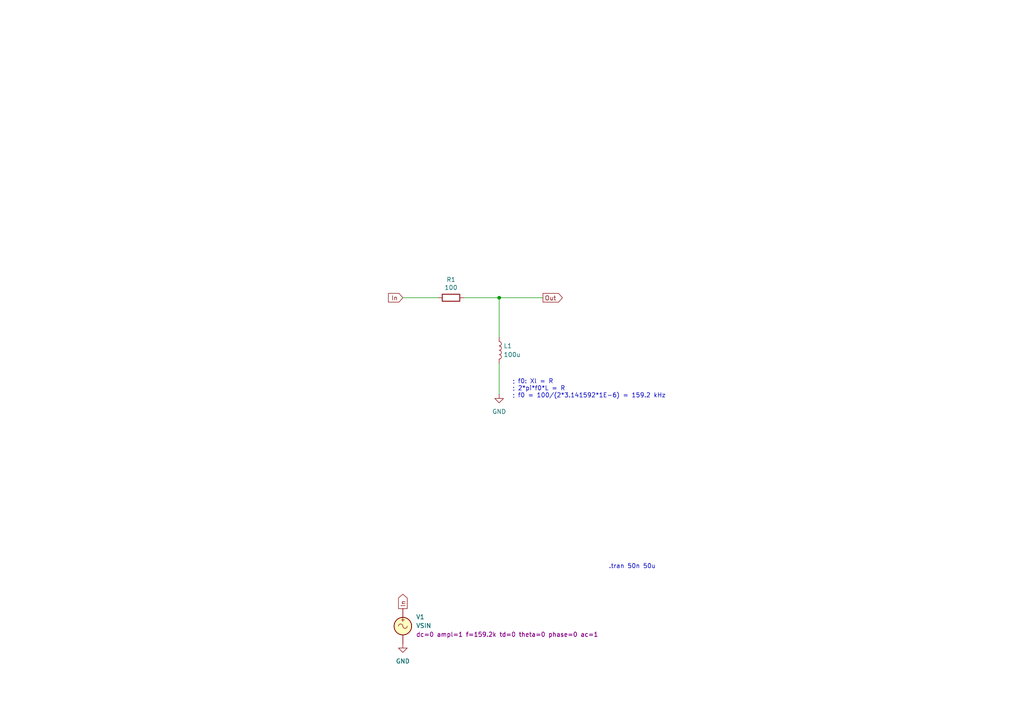
<source format=kicad_sch>
(kicad_sch (version 20231120) (generator "eeschema") (generator_version "8.0")
  (paper "A4")
  (title_block (title "RL Voltage Current") (date "2024-05-27") (rev "2") (company "GitHub/OJStuff"))
  (lib_symbols
    (symbol "Device:L" (pin_numbers hide) (pin_names (offset 1.016) hide)
      (property "Reference" "L" (at -1.27 0 90))
      (property "Value" "L" (at 1.905 0 90))
      (symbol "L_0_1"
        (arc (start 0 -2.54) (mid 0.6323 -1.905) (end 0 -1.27))
        (arc (start 0 -1.27) (mid 0.6323 -0.635) (end 0 0))
        (arc (start 0 0) (mid 0.6323 0.635) (end 0 1.27))
        (arc (start 0 1.27) (mid 0.6323 1.905) (end 0 2.54))
      )
      (symbol "L_1_1"
        (pin passive line (at 0 3.81 270) (length 1.27) (name "1") (number "1"))
        (pin passive line (at 0 -3.81 90) (length 1.27) (name "2") (number "2"))
      )
    )
    (symbol "Device:R" (pin_numbers hide) (pin_names (offset 0))
      (property "Reference" "R" (at 2.032 0 90))
      (property "Value" "R" (at 0 0 90))
      (symbol "R_0_1"
        (rectangle (start -1.016 -2.54) (end 1.016 2.54) (stroke (width 0.254)))
      )
      (symbol "R_1_1"
        (pin passive line (at 0 3.81 270) (length 1.27) (name "~") (number "1"))
        (pin passive line (at 0 -3.81 90) (length 1.27) (name "~") (number "2"))
      )
    )
    (symbol "GND_1" (power) (pin_numbers hide) (pin_names (offset 0) hide)
      (property "Value" "GND" (at 0 -3.81 0))
      (symbol "GND_1_0_1"
        (polyline (pts (xy 0 0) (xy 0 -1.27) (xy 1.27 -1.27) (xy 0 -2.54) (xy -1.27 -1.27) (xy 0 -1.27)))
      )
      (symbol "GND_1_1_1"
        (pin power_in line (at 0 0 270) (length 0) (name "~") (number "1"))
      )
    )
    (symbol "VSIN_1" (pin_numbers hide) (pin_names (offset 0.0254))
      (property "Reference" "V" (at 2.54 2.54 0))
      (property "Value" "VSIN" (at 2.54 0 0))
      (property "Sim.Params" "dc=0 ampl=1 f=1k ac=1" (at 2.54 -2.54 0))
      (symbol "VSIN_1_0_0"
        (arc (start 0 0) (mid -0.635 0.6323) (end -1.27 0))
        (arc (start 0 0) (mid 0.635 -0.6323) (end 1.27 0))
        (text "+" (at 0 1.905 0) (effects (font (size 1.27 1.27))))
      )
      (symbol "VSIN_1_0_1"
        (circle (center 0 0) (radius 2.54) (stroke (width 0.254)) (fill (type background)))
      )
      (symbol "VSIN_1_1_1"
        (pin passive line (at 0 5.08 270) (length 2.54) (name "~") (number "1"))
        (pin passive line (at 0 -5.08 90) (length 2.54) (name "~") (number "2"))
      )
    )
  )
  (junction (at 144.78 86.36))
  (wire (pts (xy 144.78 105.41) (xy 144.78 114.3)))
  (wire (pts (xy 144.78 86.36) (xy 157.48 86.36)))
  (wire (pts (xy 116.84 86.36) (xy 127 86.36)))
  (wire (pts (xy 144.78 86.36) (xy 144.78 97.79)))
  (wire (pts (xy 134.62 86.36) (xy 144.78 86.36)))
  (text ".tran 50n 50u" (at 176.53 165.1 0) (effects (font (size 1.27 1.27)) (justify left bottom)))
  (text "; f0: Xl = R\n; 2*pi*f0*L = R\n; f0 = 100/(2*3.141592*1E-6) = 159.2 kHz" (at 148.59 115.57 0) (effects (font (size 1.27 1.27)) (justify left bottom)))
  (global_label "In" (shape output) (at 116.84 176.53 90) (property "Intersheetrefs" "${INTERSHEET_REFS}" (effects (hide yes))))
  (global_label "In" (shape input) (at 116.84 86.36 180) (property "Intersheetrefs" "${INTERSHEET_REFS}" (effects (hide yes))))
  (global_label "Out" (shape output) (at 157.48 86.36 0) (property "Intersheetrefs" "${INTERSHEET_REFS}" (effects (hide yes))))
  (symbol (lib_id "Device:L") (at 144.78 101.6 0) (unit 1)
    (property "Reference" "L1" (at 146.05 100.33 0) (effects (justify left)))
    (property "Value" "100u" (at 146.05 102.87 0) (effects (justify left)))
  )
  (symbol (lib_name "GND_1") (lib_id "power:GND") (at 144.78 114.3 0) (unit 1)
    (property "Reference" "#PWR02" (effects (hide yes)))
    (property "Value" "GND" (at 144.78 119.38 0))
    (property "Description" "Power symbol creates a global label with name \"GND\" , ground" (effects (hide yes)))
  )
  (symbol (lib_name "GND_1") (lib_id "power:GND") (at 116.84 186.69 0) (unit 1)
    (property "Reference" "#PWR01" (effects (hide yes)))
    (property "Value" "GND" (at 116.84 191.77 0))
    (property "Description" "Power symbol creates a global label with name \"GND\" , ground" (effects (hide yes)))
  )
  (symbol (lib_id "Device:R") (at 130.81 86.36 270) (unit 1)
    (property "Reference" "R1" (at 130.81 81.1022 90))
    (property "Value" "100" (at 130.81 83.4136 90))
  )
  (symbol (lib_name "VSIN_1") (lib_id "Simulation_SPICE:VSIN") (at 116.84 181.61 0) (unit 1)
    (property "Reference" "V1" (at 120.65 178.9401 0) (effects (justify left)))
    (property "Value" "VSIN" (at 120.65 181.4801 0) (effects (justify left)))
    (property "Datasheet" "https://ngspice.sourceforge.io/docs/ngspice-html-manual/manual.xhtml#sec_Independent_Sources_for" (effects (hide yes)))
    (property "Description" "Voltage source, sinusoidal" (effects (hide yes)))
    (property "Sim.Pins" "1=+ 2=-" (effects (hide yes)))
    (property "Sim.Params" "dc=0 ampl=1 f=159.2k td=0 theta=0 phase=0 ac=1" (at 120.65 184.0201 0) (effects (justify left)))
    (property "Sim.Type" "SIN" (effects (hide yes)))
    (property "Sim.Device" "V" (effects (hide yes)))
  )
)
</source>
